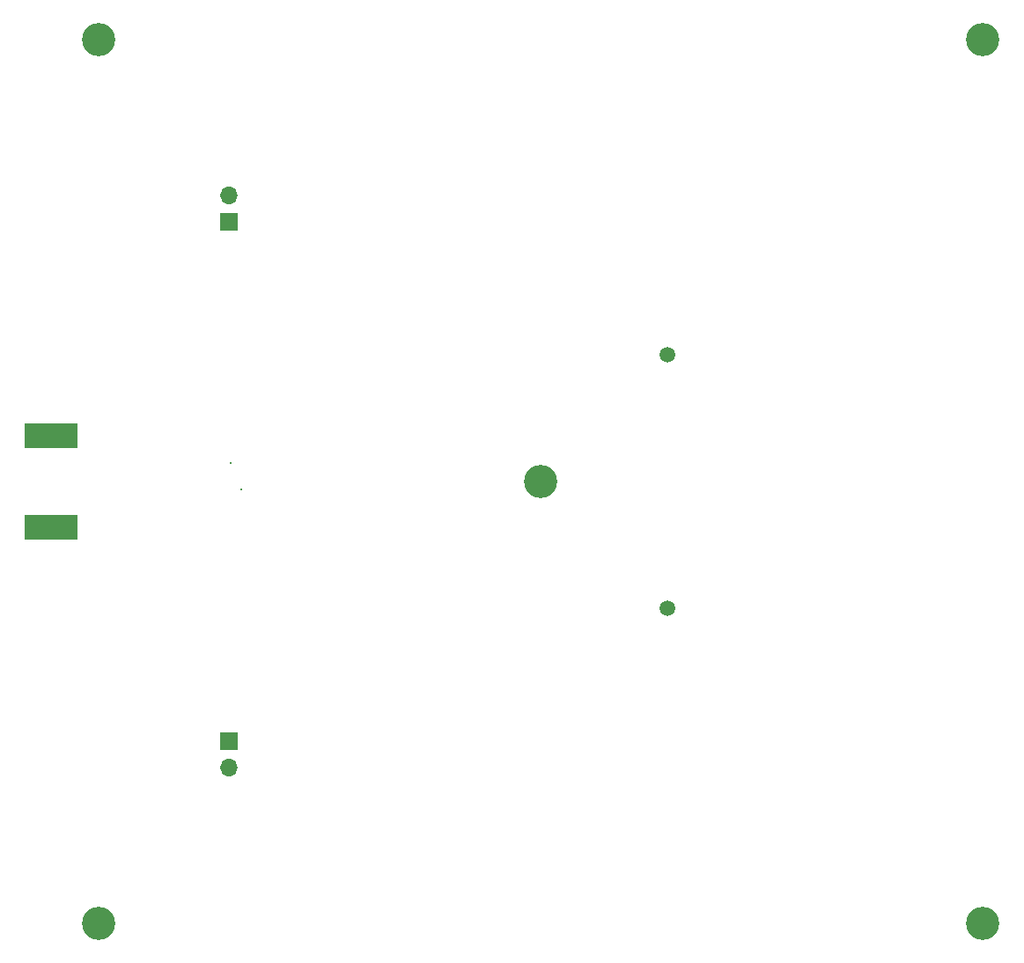
<source format=gbs>
G04 #@! TF.GenerationSoftware,KiCad,Pcbnew,(6.0.6-0)*
G04 #@! TF.CreationDate,2023-01-18T22:34:25+00:00*
G04 #@! TF.ProjectId,gnss_antenna_pcb,676e7373-5f61-46e7-9465-6e6e615f7063,rev?*
G04 #@! TF.SameCoordinates,Original*
G04 #@! TF.FileFunction,Soldermask,Bot*
G04 #@! TF.FilePolarity,Negative*
%FSLAX46Y46*%
G04 Gerber Fmt 4.6, Leading zero omitted, Abs format (unit mm)*
G04 Created by KiCad (PCBNEW (6.0.6-0)) date 2023-01-18 22:34:25*
%MOMM*%
%LPD*%
G01*
G04 APERTURE LIST*
%ADD10C,3.200000*%
%ADD11C,1.500000*%
%ADD12R,5.080000X2.420000*%
%ADD13C,0.300000*%
%ADD14R,1.700000X1.700000*%
%ADD15O,1.700000X1.700000*%
G04 APERTURE END LIST*
D10*
X142500000Y-142500000D03*
D11*
X112197592Y-112197592D03*
X112197592Y-87802408D03*
D10*
X100000000Y-100000000D03*
X142500000Y-57500000D03*
X57500000Y-57500000D03*
D12*
X52880000Y-95620000D03*
X52880000Y-104380000D03*
D13*
X70200000Y-98237500D03*
D14*
X70000000Y-125000000D03*
D15*
X70000000Y-127540000D03*
D10*
X57500000Y-142500000D03*
D14*
X70000000Y-75000000D03*
D15*
X70000000Y-72460000D03*
D13*
X71200000Y-100737500D03*
M02*

</source>
